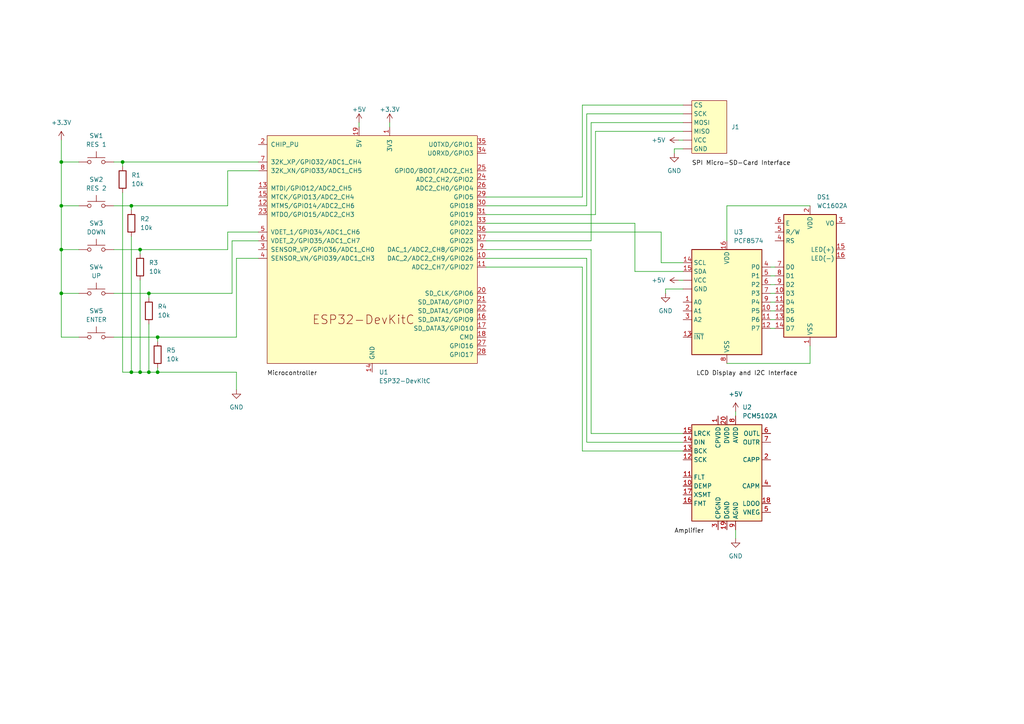
<source format=kicad_sch>
(kicad_sch (version 20230121) (generator eeschema)
  (paper "A4")
  (title_block (title "ESP Radio") (date "2023-06-05") (rev "1.0.0") (comment 2 "creativecommons.org/licenses/by/4.0") (comment 3 "License: CC by 4.0") (comment 4 "Author: Dominik Häußer"))
  (lib_symbols
    (symbol "Audio:PCM5102A"
      (property "Reference" "U" (at -10.16 13.97 0))
      (property "Value" "PCM5102A" (at 3.81 13.97 0))
      (symbol "PCM5102A_0_1"
        (rectangle (start -10.16 12.7) (end 10.16 -15.24) (stroke (width 0.254)) (fill (type background)))
      )
      (symbol "PCM5102A_1_1"
        (pin passive line (at -2.54 15.24 270) (length 2.54) (name "CPVDD") (number "1"))
        (pin input line (at -12.7 -5.08 0) (length 2.54) (name "DEMP") (number "10"))
        (pin input line (at -12.7 -2.54 0) (length 2.54) (name "FLT") (number "11"))
        (pin input line (at -12.7 2.54 0) (length 2.54) (name "SCK") (number "12"))
        (pin input line (at -12.7 5.08 0) (length 2.54) (name "BCK") (number "13"))
        (pin input line (at -12.7 7.62 0) (length 2.54) (name "DIN") (number "14"))
        (pin input line (at -12.7 10.16 0) (length 2.54) (name "LRCK") (number "15"))
        (pin input line (at -12.7 -10.16 0) (length 2.54) (name "FMT") (number "16"))
        (pin input line (at -12.7 -7.62 0) (length 2.54) (name "XSMT") (number "17"))
        (pin passive line (at 12.7 -10.16 180) (length 2.54) (name "LDOO") (number "18"))
        (pin power_in line (at 0 -17.78 90) (length 2.54) (name "DGND") (number "19"))
        (pin passive line (at 12.7 2.54 180) (length 2.54) (name "CAPP") (number "2"))
        (pin power_in line (at 0 15.24 270) (length 2.54) (name "DVDD") (number "20"))
        (pin power_in line (at -2.54 -17.78 90) (length 2.54) (name "CPGND") (number "3"))
        (pin passive line (at 12.7 -5.08 180) (length 2.54) (name "CAPM") (number "4"))
        (pin passive line (at 12.7 -12.7 180) (length 2.54) (name "VNEG") (number "5"))
        (pin output line (at 12.7 10.16 180) (length 2.54) (name "OUTL") (number "6"))
        (pin output line (at 12.7 7.62 180) (length 2.54) (name "OUTR") (number "7"))
        (pin power_in line (at 2.54 15.24 270) (length 2.54) (name "AVDD") (number "8"))
        (pin power_in line (at 2.54 -17.78 90) (length 2.54) (name "AGND") (number "9"))
      )
    )
    (symbol "Device:R" (pin_numbers hide) (pin_names (offset 0))
      (property "Reference" "R" (at 2.032 0 90))
      (property "Value" "R" (at 0 0 90))
      (symbol "R_0_1"
        (rectangle (start -1.016 -2.54) (end 1.016 2.54) (stroke (width 0.254)))
      )
      (symbol "R_1_1"
        (pin passive line (at 0 3.81 270) (length 1.27) (name "~") (number "1"))
        (pin passive line (at 0 -3.81 90) (length 1.27) (name "~") (number "2"))
      )
    )
    (symbol "Display_Character:WC1602A"
      (property "Reference" "DS" (at -5.842 19.05 0))
      (property "Value" "WC1602A" (at 5.334 19.05 0))
      (symbol "WC1602A_1_1"
        (rectangle (start -7.62 17.78) (end 7.62 -17.78) (stroke (width 0.254)) (fill (type background)))
        (pin power_in line (at 0 -20.32 90) (length 2.54) (name "VSS") (number "1"))
        (pin input line (at -10.16 -5.08 0) (length 2.54) (name "D3") (number "10"))
        (pin input line (at -10.16 -7.62 0) (length 2.54) (name "D4") (number "11"))
        (pin input line (at -10.16 -10.16 0) (length 2.54) (name "D5") (number "12"))
        (pin input line (at -10.16 -12.7 0) (length 2.54) (name "D6") (number "13"))
        (pin input line (at -10.16 -15.24 0) (length 2.54) (name "D7") (number "14"))
        (pin power_in line (at 10.16 7.62 180) (length 2.54) (name "LED(+)") (number "15"))
        (pin power_in line (at 10.16 5.08 180) (length 2.54) (name "LED(-)") (number "16"))
        (pin power_in line (at 0 20.32 270) (length 2.54) (name "VDD") (number "2"))
        (pin input line (at 10.16 15.24 180) (length 2.54) (name "VO") (number "3"))
        (pin input line (at -10.16 10.16 0) (length 2.54) (name "RS") (number "4"))
        (pin input line (at -10.16 12.7 0) (length 2.54) (name "R/W") (number "5"))
        (pin input line (at -10.16 15.24 0) (length 2.54) (name "E") (number "6"))
        (pin input line (at -10.16 2.54 0) (length 2.54) (name "D0") (number "7"))
        (pin input line (at -10.16 0 0) (length 2.54) (name "D1") (number "8"))
        (pin input line (at -10.16 -2.54 0) (length 2.54) (name "D2") (number "9"))
      )
    )
    (symbol "Espressif:ESP32-DevKitC" (pin_names (offset 1.016))
      (property "Reference" "U" (at -30.48 38.1 0))
      (property "Value" "ESP32-DevKitC" (at -30.48 35.56 0))
      (symbol "ESP32-DevKitC_0_0"
        (text "ESP32-DevKitC" (at -2.54 -20.32 0) (effects (font (size 2.54 2.54))))
        (pin power_in line (at 0 -35.56 90) (length 2.54) (name "GND") (number "14"))
        (pin power_in line (at -3.81 35.56 270) (length 2.54) (name "5V") (number "19"))
      )
      (symbol "ESP32-DevKitC_0_1"
        (rectangle (start -30.48 33.02) (end 30.48 -33.02) (fill (type background)))
      )
      (symbol "ESP32-DevKitC_1_1"
        (pin power_in line (at 5.08 35.56 270) (length 2.54) (name "3V3") (number "1"))
        (pin bidirectional line (at 33.02 -2.54 180) (length 2.54) (name "DAC_2/ADC2_CH9/GPIO26") (number "10"))
        (pin bidirectional line (at 33.02 -5.08 180) (length 2.54) (name "ADC2_CH7/GPIO27") (number "11"))
        (pin bidirectional line (at -33.02 12.7 0) (length 2.54) (name "MTMS/GPIO14/ADC2_CH6") (number "12"))
        (pin bidirectional line (at -33.02 17.78 0) (length 2.54) (name "MTDI/GPIO12/ADC2_CH5") (number "13"))
        (pin bidirectional line (at -33.02 15.24 0) (length 2.54) (name "MTCK/GPIO13/ADC2_CH4") (number "15"))
        (pin bidirectional line (at 33.02 -20.32 180) (length 2.54) (name "SD_DATA2/GPIO9") (number "16"))
        (pin bidirectional line (at 33.02 -22.86 180) (length 2.54) (name "SD_DATA3/GPIO10") (number "17"))
        (pin bidirectional line (at 33.02 -25.4 180) (length 2.54) (name "CMD") (number "18"))
        (pin input line (at -33.02 30.48 0) (length 2.54) (name "CHIP_PU") (number "2"))
        (pin bidirectional line (at 33.02 -12.7 180) (length 2.54) (name "SD_CLK/GPIO6") (number "20"))
        (pin bidirectional line (at 33.02 -15.24 180) (length 2.54) (name "SD_DATA0/GPIO7") (number "21"))
        (pin bidirectional line (at 33.02 -17.78 180) (length 2.54) (name "SD_DATA1/GPIO8") (number "22"))
        (pin bidirectional line (at -33.02 10.16 0) (length 2.54) (name "MTDO/GPIO15/ADC2_CH3") (number "23"))
        (pin bidirectional line (at 33.02 20.32 180) (length 2.54) (name "ADC2_CH2/GPIO2") (number "24"))
        (pin bidirectional line (at 33.02 22.86 180) (length 2.54) (name "GPIO0/BOOT/ADC2_CH1") (number "25"))
        (pin bidirectional line (at 33.02 17.78 180) (length 2.54) (name "ADC2_CH0/GPIO4") (number "26"))
        (pin bidirectional line (at 33.02 -27.94 180) (length 2.54) (name "GPIO16") (number "27"))
        (pin bidirectional line (at 33.02 -30.48 180) (length 2.54) (name "GPIO17") (number "28"))
        (pin bidirectional line (at 33.02 15.24 180) (length 2.54) (name "GPIO5") (number "29"))
        (pin input line (at -33.02 0 0) (length 2.54) (name "SENSOR_VP/GPIO36/ADC1_CH0") (number "3"))
        (pin bidirectional line (at 33.02 12.7 180) (length 2.54) (name "GPIO18") (number "30"))
        (pin bidirectional line (at 33.02 10.16 180) (length 2.54) (name "GPIO19") (number "31"))
        (pin passive line (at 0 -35.56 90) (length 2.54) hide (name "GND") (number "32"))
        (pin bidirectional line (at 33.02 7.62 180) (length 2.54) (name "GPIO21") (number "33"))
        (pin bidirectional line (at 33.02 27.94 180) (length 2.54) (name "U0RXD/GPIO3") (number "34"))
        (pin bidirectional line (at 33.02 30.48 180) (length 2.54) (name "U0TXD/GPIO1") (number "35"))
        (pin bidirectional line (at 33.02 5.08 180) (length 2.54) (name "GPIO22") (number "36"))
        (pin bidirectional line (at 33.02 2.54 180) (length 2.54) (name "GPIO23") (number "37"))
        (pin passive line (at 0 -35.56 90) (length 2.54) hide (name "GND") (number "38"))
        (pin input line (at -33.02 -2.54 0) (length 2.54) (name "SENSOR_VN/GPIO39/ADC1_CH3") (number "4"))
        (pin input line (at -33.02 5.08 0) (length 2.54) (name "VDET_1/GPIO34/ADC1_CH6") (number "5"))
        (pin input line (at -33.02 2.54 0) (length 2.54) (name "VDET_2/GPIO35/ADC1_CH7") (number "6"))
        (pin bidirectional line (at -33.02 25.4 0) (length 2.54) (name "32K_XP/GPIO32/ADC1_CH4") (number "7"))
        (pin bidirectional line (at -33.02 22.86 0) (length 2.54) (name "32K_XN/GPIO33/ADC1_CH5") (number "8"))
        (pin bidirectional line (at 33.02 0 180) (length 2.54) (name "DAC_1/ADC2_CH8/GPIO25") (number "9"))
      )
    )
    (symbol "Interface_Expansion:PCF8574"
      (property "Reference" "U" (at -8.89 16.51 0))
      (property "Value" "PCF8574" (at 2.54 16.51 0))
      (symbol "PCF8574_0_1"
        (rectangle (start -10.16 15.24) (end 10.16 -15.24) (stroke (width 0.254)) (fill (type background)))
      )
      (symbol "PCF8574_1_1"
        (pin input line (at -12.7 3.81 0) (length 2.54) (name "GND") (number ""))
        (pin input line (at -12.7 6.35 0) (length 2.54) (name "VCC") (number ""))
        (pin input line (at -12.7 0 0) (length 2.54) (name "A0") (number "1"))
        (pin bidirectional line (at 12.7 -2.54 180) (length 2.54) (name "P5") (number "10"))
        (pin bidirectional line (at 12.7 -5.08 180) (length 2.54) (name "P6") (number "11"))
        (pin bidirectional line (at 12.7 -7.62 180) (length 2.54) (name "P7") (number "12"))
        (pin open_collector output_low (at -12.7 -10.16 0) (length 2.54) (name "~{INT}") (number "13"))
        (pin input line (at -12.7 11.43 0) (length 2.54) (name "SCL") (number "14"))
        (pin bidirectional line (at -12.7 8.89 0) (length 2.54) (name "SDA") (number "15"))
        (pin power_in line (at 0 17.78 270) (length 2.54) (name "VDD") (number "16"))
        (pin input line (at -12.7 -2.54 0) (length 2.54) (name "A1") (number "2"))
        (pin input line (at -12.7 -5.08 0) (length 2.54) (name "A2") (number "3"))
        (pin bidirectional line (at 12.7 10.16 180) (length 2.54) (name "P0") (number "4"))
        (pin bidirectional line (at 12.7 7.62 180) (length 2.54) (name "P1") (number "5"))
        (pin bidirectional line (at 12.7 5.08 180) (length 2.54) (name "P2") (number "6"))
        (pin bidirectional line (at 12.7 2.54 180) (length 2.54) (name "P3") (number "7"))
        (pin power_in line (at 0 -17.78 90) (length 2.54) (name "VSS") (number "8"))
        (pin bidirectional line (at 12.7 0 180) (length 2.54) (name "P4") (number "9"))
      )
    )
    (symbol "Switch:SW_Push" (pin_numbers hide) (pin_names (offset 1.016) hide)
      (property "Reference" "SW" (at 1.27 2.54 0))
      (property "Value" "SW_Push" (at 0 -1.524 0))
      (symbol "SW_Push_0_1"
        (circle (center -2.032 0) (radius 0.508))
        (polyline (pts (xy 0 1.27) (xy 0 3.048)))
        (polyline (pts (xy 2.54 1.27) (xy -2.54 1.27)))
        (circle (center 2.032 0) (radius 0.508))
        (pin passive line (at -5.08 0 0) (length 2.54) (name "1") (number "1"))
        (pin passive line (at 5.08 0 180) (length 2.54) (name "2") (number "2"))
      )
    )
    (symbol "domroon:SD_Card_SPI_Interface"
      (property "Reference" "J" (at -5.08 8.89 0))
      (property "Value" "SPI SD Interface" (at 0 -8.89 0))
      (symbol "SD_Card_SPI_Interface_1_1"
        (rectangle (start -5.08 7.62) (end 5.08 -7.62) (fill (type background)))
        (pin input line (at -7.62 6.35 0) (length 2.54) (name "CS") (number ""))
        (pin input line (at -7.62 -6.35 0) (length 2.54) (name "GND") (number ""))
        (pin input line (at -7.62 -1.27 0) (length 2.54) (name "MISO") (number ""))
        (pin input line (at -7.62 1.27 0) (length 2.54) (name "MOSI") (number ""))
        (pin input line (at -7.62 3.81 0) (length 2.54) (name "SCK") (number ""))
        (pin input line (at -7.62 -3.81 0) (length 2.54) (name "VCC") (number ""))
      )
    )
    (symbol "power:+3.3V" (power) (pin_names (offset 0))
      (property "Value" "+3.3V" (at 0 3.556 0))
      (symbol "+3.3V_0_1"
        (polyline (pts (xy -0.762 1.27) (xy 0 2.54)))
        (polyline (pts (xy 0 0) (xy 0 2.54)))
        (polyline (pts (xy 0 2.54) (xy 0.762 1.27)))
      )
      (symbol "+3.3V_1_1"
        (pin power_in line (at 0 0 90) (length 0) hide (name "+3.3V") (number "1"))
      )
    )
    (symbol "power:+5V" (power) (pin_names (offset 0))
      (property "Value" "+5V" (at 0 3.556 0))
      (symbol "+5V_0_1"
        (polyline (pts (xy -0.762 1.27) (xy 0 2.54)))
        (polyline (pts (xy 0 0) (xy 0 2.54)))
        (polyline (pts (xy 0 2.54) (xy 0.762 1.27)))
      )
      (symbol "+5V_1_1"
        (pin power_in line (at 0 0 90) (length 0) hide (name "+5V") (number "1"))
      )
    )
    (symbol "power:GND" (power) (pin_names (offset 0))
      (property "Value" "GND" (at 0 -3.81 0))
      (symbol "GND_0_1"
        (polyline (pts (xy 0 0) (xy 0 -1.27) (xy 1.27 -1.27) (xy 0 -2.54) (xy -1.27 -1.27) (xy 0 -1.27)))
      )
      (symbol "GND_1_1"
        (pin power_in line (at 0 0 270) (length 0) hide (name "GND") (number "1"))
      )
    )
  )
  (junction (at 35.56 46.99))
  (junction (at 17.78 59.69))
  (junction (at 43.18 85.09))
  (junction (at 17.78 85.09))
  (junction (at 17.78 46.99))
  (junction (at 45.72 97.79))
  (junction (at 40.64 107.95))
  (junction (at 17.78 72.39))
  (junction (at 45.72 107.95))
  (junction (at 38.1 107.95))
  (junction (at 40.64 72.39))
  (junction (at 38.1 59.69))
  (junction (at 43.18 107.95))
  (wire (pts (xy 210.82 59.69) (xy 210.82 69.85)))
  (wire (pts (xy 198.12 125.73) (xy 171.45 125.73)))
  (wire (pts (xy 33.02 72.39) (xy 40.64 72.39)))
  (wire (pts (xy 40.64 107.95) (xy 43.18 107.95)))
  (wire (pts (xy 168.91 30.48) (xy 168.91 57.15)))
  (wire (pts (xy 104.14 35.56) (xy 104.14 36.83)))
  (wire (pts (xy 234.95 59.69) (xy 210.82 59.69)))
  (wire (pts (xy 67.31 69.85) (xy 74.93 69.85)))
  (wire (pts (xy 213.36 119.38) (xy 213.36 120.65)))
  (wire (pts (xy 223.52 82.55) (xy 224.79 82.55)))
  (wire (pts (xy 198.12 130.81) (xy 168.91 130.81)))
  (wire (pts (xy 17.78 97.79) (xy 22.86 97.79)))
  (wire (pts (xy 140.97 69.85) (xy 171.45 69.85)))
  (wire (pts (xy 170.18 59.69) (xy 140.97 59.69)))
  (wire (pts (xy 140.97 67.31) (xy 191.77 67.31)))
  (wire (pts (xy 43.18 85.09) (xy 43.18 86.36)))
  (wire (pts (xy 140.97 77.47) (xy 168.91 77.47)))
  (wire (pts (xy 35.56 107.95) (xy 38.1 107.95)))
  (wire (pts (xy 234.95 100.33) (xy 234.95 105.41)))
  (wire (pts (xy 171.45 72.39) (xy 140.97 72.39)))
  (wire (pts (xy 140.97 62.23) (xy 172.72 62.23)))
  (wire (pts (xy 198.12 38.1) (xy 172.72 38.1)))
  (wire (pts (xy 168.91 57.15) (xy 140.97 57.15)))
  (wire (pts (xy 68.58 113.03) (xy 68.58 107.95)))
  (wire (pts (xy 38.1 68.58) (xy 38.1 107.95)))
  (wire (pts (xy 17.78 85.09) (xy 22.86 85.09)))
  (wire (pts (xy 113.03 35.56) (xy 113.03 36.83)))
  (wire (pts (xy 66.04 67.31) (xy 74.93 67.31)))
  (wire (pts (xy 168.91 130.81) (xy 168.91 77.47)))
  (wire (pts (xy 170.18 33.02) (xy 170.18 59.69)))
  (wire (pts (xy 195.58 43.18) (xy 195.58 44.45)))
  (wire (pts (xy 198.12 128.27) (xy 170.18 128.27)))
  (wire (pts (xy 66.04 59.69) (xy 66.04 49.53)))
  (wire (pts (xy 223.52 90.17) (xy 224.79 90.17)))
  (wire (pts (xy 171.45 35.56) (xy 171.45 69.85)))
  (wire (pts (xy 223.52 95.25) (xy 224.79 95.25)))
  (wire (pts (xy 43.18 85.09) (xy 67.31 85.09)))
  (wire (pts (xy 223.52 85.09) (xy 224.79 85.09)))
  (wire (pts (xy 35.56 48.26) (xy 35.56 46.99)))
  (wire (pts (xy 196.85 81.28) (xy 198.12 81.28)))
  (wire (pts (xy 170.18 128.27) (xy 170.18 74.93)))
  (wire (pts (xy 66.04 72.39) (xy 66.04 67.31)))
  (wire (pts (xy 45.72 107.95) (xy 43.18 107.95)))
  (wire (pts (xy 33.02 85.09) (xy 43.18 85.09)))
  (wire (pts (xy 33.02 59.69) (xy 38.1 59.69)))
  (wire (pts (xy 210.82 105.41) (xy 234.95 105.41)))
  (wire (pts (xy 223.52 87.63) (xy 224.79 87.63)))
  (wire (pts (xy 17.78 59.69) (xy 17.78 72.39)))
  (wire (pts (xy 17.78 85.09) (xy 17.78 97.79)))
  (wire (pts (xy 17.78 59.69) (xy 22.86 59.69)))
  (wire (pts (xy 198.12 30.48) (xy 168.91 30.48)))
  (wire (pts (xy 67.31 85.09) (xy 67.31 69.85)))
  (wire (pts (xy 172.72 38.1) (xy 172.72 62.23)))
  (wire (pts (xy 43.18 107.95) (xy 43.18 93.98)))
  (wire (pts (xy 198.12 76.2) (xy 191.77 76.2)))
  (wire (pts (xy 68.58 74.93) (xy 74.93 74.93)))
  (wire (pts (xy 198.12 33.02) (xy 170.18 33.02)))
  (wire (pts (xy 40.64 81.28) (xy 40.64 107.95)))
  (wire (pts (xy 68.58 97.79) (xy 68.58 74.93)))
  (wire (pts (xy 171.45 125.73) (xy 171.45 72.39)))
  (wire (pts (xy 38.1 59.69) (xy 38.1 60.96)))
  (wire (pts (xy 17.78 72.39) (xy 22.86 72.39)))
  (wire (pts (xy 17.78 40.64) (xy 17.78 46.99)))
  (wire (pts (xy 38.1 107.95) (xy 40.64 107.95)))
  (wire (pts (xy 38.1 59.69) (xy 66.04 59.69)))
  (wire (pts (xy 45.72 106.68) (xy 45.72 107.95)))
  (wire (pts (xy 45.72 97.79) (xy 45.72 99.06)))
  (wire (pts (xy 40.64 72.39) (xy 40.64 73.66)))
  (wire (pts (xy 17.78 72.39) (xy 17.78 85.09)))
  (wire (pts (xy 198.12 78.74) (xy 184.15 78.74)))
  (wire (pts (xy 66.04 49.53) (xy 74.93 49.53)))
  (wire (pts (xy 33.02 46.99) (xy 35.56 46.99)))
  (wire (pts (xy 198.12 43.18) (xy 195.58 43.18)))
  (wire (pts (xy 33.02 97.79) (xy 45.72 97.79)))
  (wire (pts (xy 184.15 64.77) (xy 140.97 64.77)))
  (wire (pts (xy 198.12 83.82) (xy 193.04 83.82)))
  (wire (pts (xy 223.52 92.71) (xy 224.79 92.71)))
  (wire (pts (xy 45.72 97.79) (xy 68.58 97.79)))
  (wire (pts (xy 17.78 46.99) (xy 22.86 46.99)))
  (wire (pts (xy 198.12 35.56) (xy 171.45 35.56)))
  (wire (pts (xy 17.78 46.99) (xy 17.78 59.69)))
  (wire (pts (xy 193.04 83.82) (xy 193.04 85.09)))
  (wire (pts (xy 40.64 72.39) (xy 66.04 72.39)))
  (wire (pts (xy 191.77 76.2) (xy 191.77 67.31)))
  (wire (pts (xy 223.52 77.47) (xy 224.79 77.47)))
  (wire (pts (xy 68.58 107.95) (xy 45.72 107.95)))
  (wire (pts (xy 184.15 78.74) (xy 184.15 64.77)))
  (wire (pts (xy 213.36 153.67) (xy 213.36 156.21)))
  (wire (pts (xy 35.56 46.99) (xy 74.93 46.99)))
  (wire (pts (xy 223.52 80.01) (xy 224.79 80.01)))
  (wire (pts (xy 35.56 55.88) (xy 35.56 107.95)))
  (wire (pts (xy 196.85 40.64) (xy 198.12 40.64)))
  (wire (pts (xy 140.97 74.93) (xy 170.18 74.93)))
  (label "SPI Micro-SD-Card Interface" (at 200.66 48.26 0))
  (label "Amplifier" (at 195.58 154.94 0))
  (label "LCD Display and I2C Interface" (at 201.93 109.22 0))
  (label "Microcontroller" (at 77.47 109.22 0))
  (symbol (lib_id "Device:R") (at 40.64 77.47 0) (unit 1)
    (property "Reference" "R3" (at 43.18 76.2 0) (effects (justify left)))
    (property "Value" "10k" (at 43.18 78.74 0) (effects (justify left)))
  )
  (symbol (lib_id "power:GND") (at 213.36 156.21 0) (unit 1)
    (property "Reference" "#PWR010" (effects hide))
    (property "Value" "GND" (at 213.36 161.29 0))
  )
  (symbol (lib_id "Interface_Expansion:PCF8574") (at 210.82 87.63 0) (unit 1)
    (property "Reference" "U3" (at 212.7759 67.31 0) (effects (justify left)))
    (property "Value" "PCF8574" (at 212.7759 69.85 0) (effects (justify left)))
    (property "Datasheet" "http://www.nxp.com/docs/en/data-sheet/PCF8574_PCF8574A.pdf" (effects hide))
  )
  (symbol (lib_id "power:+5V") (at 104.14 35.56 0) (unit 1)
    (property "Reference" "#PWR04" (effects hide))
    (property "Value" "+5V" (at 104.14 31.75 0))
  )
  (symbol (lib_id "power:+5V") (at 196.85 81.28 90) (unit 1)
    (property "Reference" "#PWR01" (effects hide))
    (property "Value" "+5V" (at 193.04 81.28 90) (effects (justify left)))
  )
  (symbol (lib_id "Switch:SW_Push") (at 27.94 85.09 0) (unit 1)
    (property "Reference" "SW4" (at 27.94 77.47 0))
    (property "Value" "UP" (at 27.94 80.01 0))
  )
  (symbol (lib_id "power:GND") (at 195.58 44.45 0) (unit 1)
    (property "Reference" "#PWR08" (effects hide))
    (property "Value" "GND" (at 195.58 49.53 0))
  )
  (symbol (lib_id "Switch:SW_Push") (at 27.94 97.79 0) (unit 1)
    (property "Reference" "SW5" (at 27.94 90.17 0))
    (property "Value" "ENTER" (at 27.94 92.71 0))
  )
  (symbol (lib_id "Device:R") (at 45.72 102.87 0) (unit 1)
    (property "Reference" "R5" (at 48.26 101.6 0) (effects (justify left)))
    (property "Value" "10k" (at 48.26 104.14 0) (effects (justify left)))
  )
  (symbol (lib_id "power:+5V") (at 196.85 40.64 90) (unit 1)
    (property "Reference" "#PWR03" (effects hide))
    (property "Value" "+5V" (at 193.04 40.64 90) (effects (justify left)))
  )
  (symbol (lib_id "Switch:SW_Push") (at 27.94 59.69 0) (unit 1)
    (property "Reference" "SW2" (at 27.94 52.07 0))
    (property "Value" "RES 2" (at 27.94 54.61 0))
  )
  (symbol (lib_id "Device:R") (at 43.18 90.17 0) (unit 1)
    (property "Reference" "R4" (at 45.72 88.9 0) (effects (justify left)))
    (property "Value" "10k" (at 45.72 91.44 0) (effects (justify left)))
  )
  (symbol (lib_id "Device:R") (at 38.1 64.77 0) (unit 1)
    (property "Reference" "R2" (at 40.64 63.5 0) (effects (justify left)))
    (property "Value" "10k" (at 40.64 66.04 0) (effects (justify left)))
  )
  (symbol (lib_id "power:GND") (at 193.04 85.09 0) (unit 1)
    (property "Reference" "#PWR09" (effects hide))
    (property "Value" "GND" (at 193.04 90.17 0))
  )
  (symbol (lib_id "power:+3.3V") (at 113.03 35.56 0) (unit 1)
    (property "Reference" "#PWR06" (effects hide))
    (property "Value" "+3.3V" (at 113.03 31.75 0))
  )
  (symbol (lib_id "domroon:SD_Card_SPI_Interface") (at 205.74 36.83 0) (unit 1)
    (property "Reference" "J1" (at 212.09 36.83 0) (effects (justify left)))
  )
  (symbol (lib_id "Device:R") (at 35.56 52.07 0) (unit 1)
    (property "Reference" "R1" (at 38.1 50.8 0) (effects (justify left)))
    (property "Value" "10k" (at 38.1 53.34 0) (effects (justify left)))
  )
  (symbol (lib_id "power:GND") (at 68.58 113.03 0) (unit 1)
    (property "Reference" "#PWR07" (effects hide))
    (property "Value" "GND" (at 68.58 118.11 0))
  )
  (symbol (lib_id "Display_Character:WC1602A") (at 234.95 80.01 0) (unit 1)
    (property "Reference" "DS1" (at 236.9059 57.15 0) (effects (justify left)))
    (property "Value" "WC1602A" (at 236.9059 59.69 0) (effects (justify left)))
    (property "Footprint" "Display:WC1602A" (effects hide))
    (property "Datasheet" "http://www.wincomlcd.com/pdf/WC1602A-SFYLYHTC06.pdf" (effects hide))
  )
  (symbol (lib_id "Switch:SW_Push") (at 27.94 72.39 0) (unit 1)
    (property "Reference" "SW3" (at 27.94 64.77 0))
    (property "Value" "DOWN" (at 27.94 67.31 0))
  )
  (symbol (lib_id "Audio:PCM5102A") (at 210.82 135.89 0) (unit 1)
    (property "Reference" "U2" (at 215.3159 118.11 0) (effects (justify left)))
    (property "Value" "PCM5102A" (at 215.3159 120.65 0) (effects (justify left)))
    (property "Footprint" "Package_SO:TSSOP-20_4.4x6.5mm_P0.65mm" (effects hide))
    (property "Datasheet" "https://www.ti.com/lit/ds/symlink/pcm5102a.pdf" (effects hide))
  )
  (symbol (lib_id "Switch:SW_Push") (at 27.94 46.99 0) (unit 1)
    (property "Reference" "SW1" (at 27.94 39.37 0))
    (property "Value" "RES 1" (at 27.94 41.91 0))
  )
  (symbol (lib_id "Espressif:ESP32-DevKitC") (at 107.95 72.39 0) (unit 1)
    (property "Reference" "U1" (at 109.9059 107.95 0) (effects (justify left)))
    (property "Value" "ESP32-DevKitC" (at 109.9059 110.49 0) (effects (justify left)))
    (property "Footprint" "Espressif:ESP32-DevKitC" (effects hide))
    (property "Datasheet" "https://docs.espressif.com/projects/esp-idf/zh_CN/latest/esp32/hw-reference/esp32/get-started-devkitc.html" (effects hide))
  )
  (symbol (lib_id "power:+3.3V") (at 17.78 40.64 0) (unit 1)
    (property "Reference" "#PWR05" (effects hide))
    (property "Value" "+3.3V" (at 17.78 35.56 0))
  )
  (symbol (lib_id "power:+5V") (at 213.36 119.38 0) (unit 1)
    (property "Reference" "#PWR02" (effects hide))
    (property "Value" "+5V" (at 213.36 114.3 0))
  )
)
</source>
